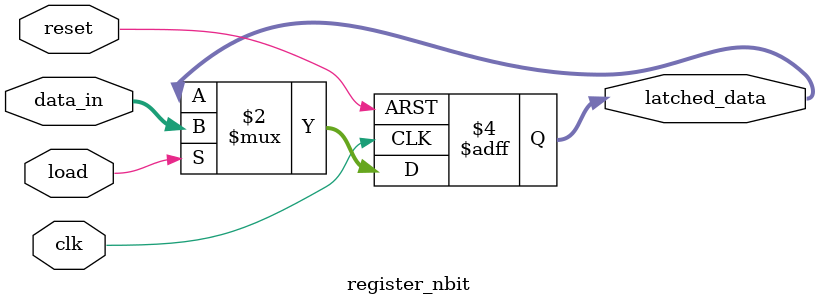
<source format=v>
module register_nbit #(
    parameter N = 8
) (
    input             clk,
    input             reset,
    input             load,
    input    [N-1:0]  data_in,
    output  reg [N-1:0] latched_data
);

    always @(posedge clk or posedge reset) begin
        if (reset) begin
            latched_data <= 0;
        end else if (load) begin
            latched_data <= data_in;
        end
    end

endmodule

</source>
